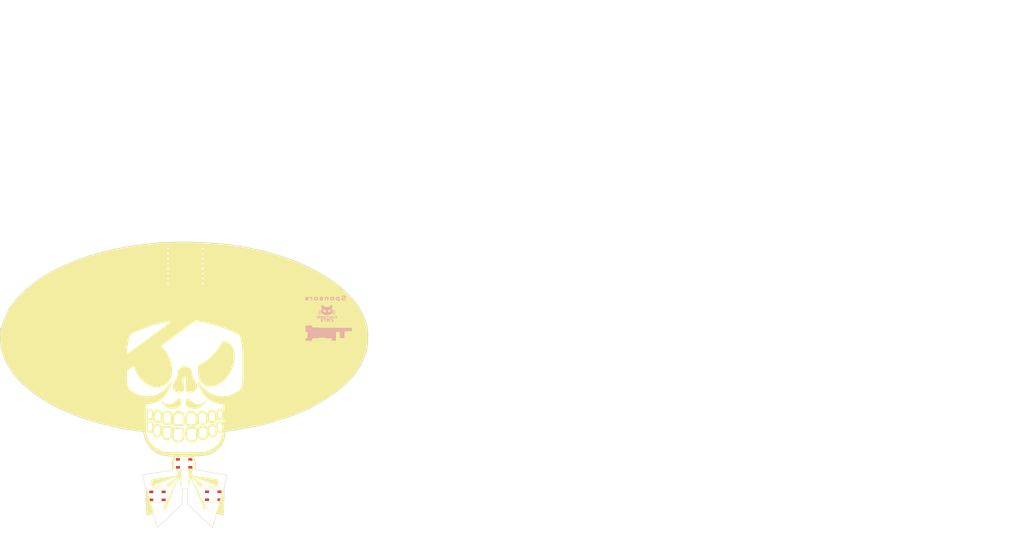
<source format=kicad_pcb>
(kicad_pcb (version 4) (host pcbnew 4.0.5)
  (layers (0 F.Cu signal) (31 B.Cu signal) (34 B.Paste user) (35 F.Paste user) (36 B.SilkS user) (37 F.SilkS user) (38 B.Mask user) (39 F.Mask user) (44 Edge.Cuts user))
  (net 0 "")
  (module TIH:badge_mexa (layer F.Cu) (at 144.42 89.01)
    (fp_text reference G*** hide)
    (fp_text value LOGO hide)
  )
  (module TIH:badge_mexa (layer F.Cu) (at 154.9 87.05)
    (fp_text reference G*** hide)
    (fp_text value LOGO hide)
  )
  (module TIH:badge_mexa (layer F.Cu) (at 175.49 85.74)
    (fp_text reference G*** hide)
    (fp_text value LOGO hide)
  )
  (module TIH:badge_mexa (layer F.Cu) (at 132.81 86.88)
    (fp_text reference G*** hide)
    (fp_text value LOGO hide)
  )
  (module TIH:badge_mexa (layer F.Cu) (at 346.2 -58.34)
    (fp_text reference G*** hide)
    (fp_text value LOGO hide)
  )
  (module TIH:badge_mexa (layer F.Cu) (at 478.6 -66.62)
    (fp_text reference G*** hide)
    (fp_text value LOGO hide)
  )
  (module TIH:badge_mexa (layer F.Cu) (at 348.66 -13.76)
    (fp_text reference G*** hide)
    (fp_text value LOGO hide)
  )
  (module TIH:badge_mexa (layer F.Cu) (at 481.78 -42.42)
    (fp_text reference G*** hide)
    (fp_text value LOGO hide)
  )
  (module TIH:badge_mexa (layer F.Cu) (at 381.78 0.26)
    (fp_text reference G*** hide)
    (fp_text value LOGO hide)
  )
  (module TIH:badge_mexa (layer F.Cu) (at 147.61 86.73)
    (fp_text reference G*** hide)
    (fp_text value LOGO hide)
  )
  (module LEDs:LED_WS2812B-PLCC4 (layer F.Cu) (at 135.54 79.35)
    (fp_text reference REF** (at 0 -3.5) (layer F.SilkS))
    (fp_text value LED_WS2812B-PLCC4)
    (pad 3 smd rect (at 2.5 1.6) (size 1.6 1) (layers F.Cu F.Paste F.Mask))
    (pad 4 smd rect (at 2.5 -1.6) (size 1.6 1) (layers F.Cu F.Paste F.Mask))
    (pad 2 smd rect (at -2.5 1.6) (size 1.6 1) (layers F.Cu F.Paste F.Mask))
    (pad 1 smd rect (at -2.5 -1.6) (size 1.6 1) (layers F.Cu F.Paste F.Mask))
  )
  (module LEDs:LED_WS2812B-PLCC4 (layer F.Cu) (at 161 79.65)
    (fp_text reference REF** (at 0 -3.5) (layer F.SilkS))
    (fp_text value LED_WS2812B-PLCC4)
    (pad 3 smd rect (at 2.5 1.6) (size 1.6 1) (layers F.Cu F.Paste F.Mask))
    (pad 4 smd rect (at 2.5 -1.6) (size 1.6 1) (layers F.Cu F.Paste F.Mask))
    (pad 2 smd rect (at -2.5 1.6) (size 1.6 1) (layers F.Cu F.Paste F.Mask))
    (pad 1 smd rect (at -2.5 -1.6) (size 1.6 1) (layers F.Cu F.Paste F.Mask))
  )
  (module ESP8266:ESP-12E (layer F.Cu) (at 141.18 32.08)
    (fp_text reference REF** (at -2 -2) (layer F.SilkS))
    (fp_text value ESP-12E)
    (pad 1 thru_hole rect (at 0 0) (size 2.5 1.1) (drill 0.65 (offset -0.7 0)) (layers *.Cu *.Mask F.SilkS))
    (pad 2 thru_hole oval (at 0 2) (size 2.5 1.1) (drill 0.65 (offset -0.7 0)) (layers *.Cu *.Mask F.SilkS))
    (pad 3 thru_hole oval (at 0 4) (size 2.5 1.1) (drill 0.65 (offset -0.7 0)) (layers *.Cu *.Mask F.SilkS))
    (pad 4 thru_hole oval (at 0 6) (size 2.5 1.1) (drill 0.65 (offset -0.7 0)) (layers *.Cu *.Mask F.SilkS))
    (pad 5 thru_hole oval (at 0 8) (size 2.5 1.1) (drill 0.65 (offset -0.7 0)) (layers *.Cu *.Mask F.SilkS))
    (pad 6 thru_hole oval (at 0 10) (size 2.5 1.1) (drill 0.65 (offset -0.7 0)) (layers *.Cu *.Mask F.SilkS))
    (pad 7 thru_hole oval (at 0 12) (size 2.5 1.1) (drill 0.65 (offset -0.7 0)) (layers *.Cu *.Mask F.SilkS))
    (pad 8 thru_hole oval (at 0 14) (size 2.5 1.1) (drill 0.65 (offset -0.7 0)) (layers *.Cu *.Mask F.SilkS))
    (pad 9 smd oval (at 1.99 15.75 90) (size 2.4 1.1) (layers F.Cu F.Paste F.Mask))
    (pad 10 smd oval (at 3.99 15.75 90) (size 2.4 1.1) (layers F.Cu F.Paste F.Mask))
    (pad 11 smd oval (at 5.99 15.75 90) (size 2.4 1.1) (layers F.Cu F.Paste F.Mask))
    (pad 12 smd oval (at 7.99 15.75 90) (size 2.4 1.1) (layers F.Cu F.Paste F.Mask))
    (pad 13 smd oval (at 9.99 15.75 90) (size 2.4 1.1) (layers F.Cu F.Paste F.Mask))
    (pad 14 smd oval (at 11.99 15.75 90) (size 2.4 1.1) (layers F.Cu F.Paste F.Mask))
    (pad 15 thru_hole oval (at 14 14) (size 2.5 1.1) (drill 0.65 (offset 0.7 0)) (layers *.Cu *.Mask F.SilkS))
    (pad 16 thru_hole oval (at 14 12) (size 2.5 1.1) (drill 0.65 (offset 0.6 0)) (layers *.Cu *.Mask F.SilkS))
    (pad 17 thru_hole oval (at 14 10) (size 2.5 1.1) (drill 0.65 (offset 0.7 0)) (layers *.Cu *.Mask F.SilkS))
    (pad 18 thru_hole oval (at 14 8) (size 2.5 1.1) (drill 0.65 (offset 0.7 0)) (layers *.Cu *.Mask F.SilkS))
    (pad 19 thru_hole oval (at 14 6) (size 2.5 1.1) (drill 0.65 (offset 0.7 0)) (layers *.Cu *.Mask F.SilkS))
    (pad 20 thru_hole oval (at 14 4) (size 2.5 1.1) (drill 0.65 (offset 0.7 0)) (layers *.Cu *.Mask F.SilkS))
    (pad 21 thru_hole oval (at 14 2) (size 2.5 1.1) (drill 0.65 (offset 0.7 0)) (layers *.Cu *.Mask F.SilkS))
    (pad 22 thru_hole oval (at 14 0) (size 2.5 1.1) (drill 0.65 (offset 0.7 0)) (layers *.Cu *.Mask F.SilkS))
  )
  (module LEDs:LED_WS2812B-PLCC4 (layer F.Cu) (at 159.39 131.54)
    (fp_text reference REF** (at 0 -3.5) (layer F.SilkS))
    (fp_text value LED_WS2812B-PLCC4)
    (pad 3 smd rect (at 2.5 1.6) (size 1.6 1) (layers F.Cu F.Paste F.Mask))
    (pad 4 smd rect (at 2.5 -1.6) (size 1.6 1) (layers F.Cu F.Paste F.Mask))
    (pad 2 smd rect (at -2.5 1.6) (size 1.6 1) (layers F.Cu F.Paste F.Mask))
    (pad 1 smd rect (at -2.5 -1.6) (size 1.6 1) (layers F.Cu F.Paste F.Mask))
  )
  (module LEDs:LED_WS2812B-PLCC4 (layer F.Cu) (at 147.66 118.51)
    (fp_text reference REF** (at 0 -3.5) (layer F.SilkS))
    (fp_text value LED_WS2812B-PLCC4)
    (pad 3 smd rect (at 2.5 1.6) (size 1.6 1) (layers F.Cu F.Paste F.Mask))
    (pad 4 smd rect (at 2.5 -1.6) (size 1.6 1) (layers F.Cu F.Paste F.Mask))
    (pad 2 smd rect (at -2.5 1.6) (size 1.6 1) (layers F.Cu F.Paste F.Mask))
    (pad 1 smd rect (at -2.5 -1.6) (size 1.6 1) (layers F.Cu F.Paste F.Mask))
  )
  (module LEDs:LED_WS2812B-PLCC4 (layer F.Cu) (at 136.92 131.6)
    (fp_text reference REF** (at 0 -3.5) (layer F.SilkS))
    (fp_text value LED_WS2812B-PLCC4)
    (pad 3 smd rect (at 2.5 1.6) (size 1.6 1) (layers F.Cu F.Paste F.Mask))
    (pad 4 smd rect (at 2.5 -1.6) (size 1.6 1) (layers F.Cu F.Paste F.Mask))
    (pad 2 smd rect (at -2.5 1.6) (size 1.6 1) (layers F.Cu F.Paste F.Mask))
    (pad 1 smd rect (at -2.5 -1.6) (size 1.6 1) (layers F.Cu F.Paste F.Mask))
  )
  (module TIH:electronic_cats_logo_70x60 (layer F.Cu) (at 345.91 113.8)
    (fp_text reference G*** hide)
    (fp_text value LOGO hide)
  )
  (module TIH:electronic_cats_logo_8x6 (layer B.Cu) (at 205.11 58.1 180)
    (fp_text reference G*** hide)
    (fp_text value LOGO hide)
  )
  (module TIH:tpx_logo (layer B.Cu) (at 205.88 66.07 180)
    (fp_text reference G*** hide)
    (fp_text value LOGO hide)
  )
  (gr_text Sponsors (at 204.55 52.01) (layer B.SilkS) (effects (font (size 1.5 2.5) (thickness 0.375)) (justify mirror)))
  (gr_line (start 131.44 106.51) (end 131.37 105.84) (layer Edge.Cuts) (width 0.15))
  (gr_line (start 131.69 107.85) (end 131.44 106.51) (layer Edge.Cuts) (width 0.15))
  (gr_line (start 132.03 108.92) (end 131.69 107.85) (layer Edge.Cuts) (width 0.15))
  (gr_line (start 132.51 109.93) (end 132.03 108.92) (layer Edge.Cuts) (width 0.15))
  (gr_line (start 133.03 110.79) (end 132.51 109.93) (layer Edge.Cuts) (width 0.15))
  (gr_line (start 133.71 111.78) (end 133.03 110.79) (layer Edge.Cuts) (width 0.15))
  (gr_line (start 134.43 112.59) (end 133.71 111.78) (layer Edge.Cuts) (width 0.15))
  (gr_line (start 135.27 113.41) (end 134.43 112.59) (layer Edge.Cuts) (width 0.15))
  (gr_line (start 136.28 114.12) (end 135.27 113.41) (layer Edge.Cuts) (width 0.15))
  (gr_line (start 136.92 114.56) (end 136.28 114.12) (layer Edge.Cuts) (width 0.15))
  (gr_line (start 137.68 114.85) (end 136.92 114.56) (layer Edge.Cuts) (width 0.15))
  (gr_line (start 138.69 115.22) (end 137.68 114.85) (layer Edge.Cuts) (width 0.15))
  (gr_line (start 140.37 115.5) (end 138.69 115.22) (layer Edge.Cuts) (width 0.15))
  (gr_line (start 141.66 115.65) (end 140.37 115.5) (layer Edge.Cuts) (width 0.15))
  (gr_line (start 143.87 115.62) (end 141.66 115.65) (layer Edge.Cuts) (width 0.15))
  (gr_line (start 143.9 115.73) (end 143.87 115.62) (layer Edge.Cuts) (width 0.15))
  (gr_line (start 142.79 117.58) (end 143.9 115.73) (layer Edge.Cuts) (width 0.15))
  (gr_line (start 142.82 119.84) (end 142.79 117.58) (layer Edge.Cuts) (width 0.15))
  (gr_line (start 142.93 120.59) (end 142.82 119.84) (layer Edge.Cuts) (width 0.15))
  (gr_line (start 143 121.19) (end 142.93 120.59) (layer Edge.Cuts) (width 0.15))
  (gr_line (start 130.81 123.22) (end 143 121.19) (layer Edge.Cuts) (width 0.15))
  (gr_line (start 131.76 126.2) (end 130.81 123.22) (layer Edge.Cuts) (width 0.15))
  (gr_line (start 131.98 127.76) (end 131.76 126.2) (layer Edge.Cuts) (width 0.15))
  (gr_line (start 132.58 139.3) (end 131.98 127.76) (layer Edge.Cuts) (width 0.15))
  (gr_line (start 133.44 139.24) (end 132.58 139.3) (layer Edge.Cuts) (width 0.15))
  (gr_line (start 134.19 139.02) (end 133.44 139.24) (layer Edge.Cuts) (width 0.15))
  (gr_line (start 135.15 138.6) (end 134.19 139.02) (layer Edge.Cuts) (width 0.15))
  (gr_line (start 136.85 144.37) (end 135.15 138.6) (layer Edge.Cuts) (width 0.15))
  (gr_line (start 146.79 134.95) (end 136.85 144.37) (layer Edge.Cuts) (width 0.15))
  (gr_line (start 146.95 128.83) (end 146.79 134.95) (layer Edge.Cuts) (width 0.15))
  (gr_line (start 147.65 128.61) (end 146.95 128.83) (layer Edge.Cuts) (width 0.15))
  (gr_line (start 148.62 128.77) (end 147.65 128.61) (layer Edge.Cuts) (width 0.15))
  (gr_line (start 149.04 128.97) (end 148.62 128.77) (layer Edge.Cuts) (width 0.15))
  (gr_line (start 149.07 134.99) (end 149.04 128.97) (layer Edge.Cuts) (width 0.15))
  (gr_line (start 159.12 144.45) (end 149.07 134.99) (layer Edge.Cuts) (width 0.15))
  (gr_line (start 160.71 138.65) (end 159.12 144.45) (layer Edge.Cuts) (width 0.15))
  (gr_line (start 163.46 139.32) (end 160.71 138.65) (layer Edge.Cuts) (width 0.15))
  (gr_line (start 164.02 127.22) (end 163.46 139.32) (layer Edge.Cuts) (width 0.15))
  (gr_line (start 164.99 123.3) (end 164.02 127.22) (layer Edge.Cuts) (width 0.15))
  (gr_line (start 152.32 121.07) (end 164.99 123.3) (layer Edge.Cuts) (width 0.15))
  (gr_line (start 152.01 120.68) (end 152.32 121.07) (layer Edge.Cuts) (width 0.15))
  (gr_line (start 152.14 120.37) (end 152.01 120.68) (layer Edge.Cuts) (width 0.15))
  (gr_line (start 152.22 119.91) (end 152.14 120.37) (layer Edge.Cuts) (width 0.15))
  (gr_line (start 152.26 119.34) (end 152.22 119.91) (layer Edge.Cuts) (width 0.15))
  (gr_line (start 152.26 118.89) (end 152.26 119.34) (layer Edge.Cuts) (width 0.15))
  (gr_line (start 152.25 118.38) (end 152.26 118.89) (layer Edge.Cuts) (width 0.15))
  (gr_line (start 152.19 117.96) (end 152.25 118.38) (layer Edge.Cuts) (width 0.15))
  (gr_line (start 152.16 117.68) (end 152.19 117.96) (layer Edge.Cuts) (width 0.15))
  (gr_line (start 151.98 117.21) (end 152.16 117.68) (layer Edge.Cuts) (width 0.15))
  (gr_line (start 151.7 116.7) (end 151.98 117.21) (layer Edge.Cuts) (width 0.15))
  (gr_line (start 151.45 116.32) (end 151.7 116.7) (layer Edge.Cuts) (width 0.15))
  (gr_line (start 151.24 115.97) (end 151.45 116.32) (layer Edge.Cuts) (width 0.15))
  (gr_line (start 151.24 115.73) (end 151.24 115.97) (layer Edge.Cuts) (width 0.15))
  (gr_line (start 151.69 115.61) (end 151.24 115.73) (layer Edge.Cuts) (width 0.15))
  (gr_line (start 154.07 115.49) (end 151.69 115.61) (layer Edge.Cuts) (width 0.15))
  (gr_line (start 155.01 115.43) (end 154.07 115.49) (layer Edge.Cuts) (width 0.15))
  (gr_line (start 155.59 115.38) (end 155.01 115.43) (layer Edge.Cuts) (width 0.15))
  (gr_line (start 156.49 115.21) (end 155.59 115.38) (layer Edge.Cuts) (width 0.15))
  (gr_line (start 157.53 114.99) (end 156.49 115.21) (layer Edge.Cuts) (width 0.15))
  (gr_line (start 158.32 114.67) (end 157.53 114.99) (layer Edge.Cuts) (width 0.15))
  (gr_line (start 159.09 114.39) (end 158.32 114.67) (layer Edge.Cuts) (width 0.15))
  (gr_line (start 159.91 113.91) (end 159.09 114.39) (layer Edge.Cuts) (width 0.15))
  (gr_line (start 160.75 113.24) (end 159.91 113.91) (layer Edge.Cuts) (width 0.15))
  (gr_line (start 161.47 112.66) (end 160.75 113.24) (layer Edge.Cuts) (width 0.15))
  (gr_line (start 162.06 111.89) (end 161.47 112.66) (layer Edge.Cuts) (width 0.15))
  (gr_line (start 162.52 111.41) (end 162.06 111.89) (layer Edge.Cuts) (width 0.15))
  (gr_line (start 163.05 110.4) (end 162.52 111.41) (layer Edge.Cuts) (width 0.15))
  (gr_line (start 163.51 109.58) (end 163.05 110.4) (layer Edge.Cuts) (width 0.15))
  (gr_line (start 163.77 108.81) (end 163.51 109.58) (layer Edge.Cuts) (width 0.15))
  (gr_line (start 163.9 108.06) (end 163.77 108.81) (layer Edge.Cuts) (width 0.15))
  (gr_line (start 164.03 107.3) (end 163.9 108.06) (layer Edge.Cuts) (width 0.15))
  (gr_line (start 164.12 106.55) (end 164.03 107.3) (layer Edge.Cuts) (width 0.15))
  (gr_line (start 164.3 105.97) (end 164.12 106.55) (layer Edge.Cuts) (width 0.15))
  (gr_line (start 164.6 105.72) (end 164.3 105.97) (layer Edge.Cuts) (width 0.15))
  (gr_line (start 164.88 105.7) (end 164.6 105.72) (layer Edge.Cuts) (width 0.15))
  (gr_line (start 168.16 105.13) (end 164.88 105.7) (layer Edge.Cuts) (width 0.15))
  (gr_line (start 170.49 104.72) (end 168.16 105.13) (layer Edge.Cuts) (width 0.15))
  (gr_line (start 172.73 104.3) (end 170.49 104.72) (layer Edge.Cuts) (width 0.15))
  (gr_line (start 176.34 103.64) (end 172.73 104.3) (layer Edge.Cuts) (width 0.15))
  (gr_line (start 178.4 103.28) (end 176.34 103.64) (layer Edge.Cuts) (width 0.15))
  (gr_line (start 180.43 102.74) (end 178.4 103.28) (layer Edge.Cuts) (width 0.15))
  (gr_line (start 182.25 102.21) (end 180.43 102.74) (layer Edge.Cuts) (width 0.15))
  (gr_line (start 184.98 101.32) (end 182.25 102.21) (layer Edge.Cuts) (width 0.15))
  (gr_line (start 189.05 100.13) (end 184.98 101.32) (layer Edge.Cuts) (width 0.15))
  (gr_line (start 190.42 99.64) (end 189.05 100.13) (layer Edge.Cuts) (width 0.15))
  (gr_line (start 192.01 99.11) (end 190.42 99.64) (layer Edge.Cuts) (width 0.15))
  (gr_line (start 192.51 98.87) (end 192.01 99.11) (layer Edge.Cuts) (width 0.15))
  (gr_line (start 193.82 98.34) (end 192.51 98.87) (layer Edge.Cuts) (width 0.15))
  (gr_line (start 195.11 97.74) (end 193.82 98.34) (layer Edge.Cuts) (width 0.15))
  (gr_line (start 196.5 97.2) (end 195.11 97.74) (layer Edge.Cuts) (width 0.15))
  (gr_line (start 198.58 96.21) (end 196.5 97.2) (layer Edge.Cuts) (width 0.15))
  (gr_line (start 200.63 95.12) (end 198.58 96.21) (layer Edge.Cuts) (width 0.15))
  (gr_line (start 202.27 94.19) (end 200.63 95.12) (layer Edge.Cuts) (width 0.15))
  (gr_line (start 204.31 92.96) (end 202.27 94.19) (layer Edge.Cuts) (width 0.15))
  (gr_line (start 206.04 91.84) (end 204.31 92.96) (layer Edge.Cuts) (width 0.15))
  (gr_line (start 207.31 90.97) (end 206.04 91.84) (layer Edge.Cuts) (width 0.15))
  (gr_line (start 208.45 90.2) (end 207.31 90.97) (layer Edge.Cuts) (width 0.15))
  (gr_line (start 209.45 89.46) (end 208.45 90.2) (layer Edge.Cuts) (width 0.15))
  (gr_line (start 211.67 87.49) (end 209.45 89.46) (layer Edge.Cuts) (width 0.15))
  (gr_line (start 212.53 86.87) (end 211.67 87.49) (layer Edge.Cuts) (width 0.15))
  (gr_line (start 213.76 85.59) (end 212.53 86.87) (layer Edge.Cuts) (width 0.15))
  (gr_line (start 214.82 84.43) (end 213.76 85.59) (layer Edge.Cuts) (width 0.15))
  (gr_line (start 215.72 83.41) (end 214.82 84.43) (layer Edge.Cuts) (width 0.15))
  (gr_line (start 216.37 82.64) (end 215.72 83.41) (layer Edge.Cuts) (width 0.15))
  (gr_line (start 217.61 80.85) (end 216.37 82.64) (layer Edge.Cuts) (width 0.15))
  (gr_line (start 218.42 79.76) (end 217.61 80.85) (layer Edge.Cuts) (width 0.15))
  (gr_line (start 218.98 78.76) (end 218.42 79.76) (layer Edge.Cuts) (width 0.15))
  (gr_line (start 219.5 77.7) (end 218.98 78.76) (layer Edge.Cuts) (width 0.15))
  (gr_line (start 220.17 76.06) (end 219.5 77.7) (layer Edge.Cuts) (width 0.15))
  (gr_line (start 220.66 74.54) (end 220.17 76.06) (layer Edge.Cuts) (width 0.15))
  (gr_line (start 220.99 73.93) (end 220.66 74.54) (layer Edge.Cuts) (width 0.15))
  (gr_line (start 221.23 72.78) (end 220.99 73.93) (layer Edge.Cuts) (width 0.15))
  (gr_line (start 221.43 71.88) (end 221.23 72.78) (layer Edge.Cuts) (width 0.15))
  (gr_line (start 221.56 70.83) (end 221.43 71.88) (layer Edge.Cuts) (width 0.15))
  (gr_line (start 221.61 69.76) (end 221.56 70.83) (layer Edge.Cuts) (width 0.15))
  (gr_line (start 221.66 68.7) (end 221.61 69.76) (layer Edge.Cuts) (width 0.15))
  (gr_line (start 221.69 66.98) (end 221.66 68.7) (layer Edge.Cuts) (width 0.15))
  (gr_line (start 221.69 65.99) (end 221.69 66.98) (layer Edge.Cuts) (width 0.15))
  (gr_line (start 221.59 65.07) (end 221.69 65.99) (layer Edge.Cuts) (width 0.15))
  (gr_line (start 221.48 63.89) (end 221.59 65.07) (layer Edge.Cuts) (width 0.15))
  (gr_line (start 221.13 62.31) (end 221.48 63.89) (layer Edge.Cuts) (width 0.15))
  (gr_line (start 220.67 60.89) (end 221.13 62.31) (layer Edge.Cuts) (width 0.15))
  (gr_line (start 220.22 59.7) (end 220.67 60.89) (layer Edge.Cuts) (width 0.15))
  (gr_line (start 219.85 58.81) (end 220.22 59.7) (layer Edge.Cuts) (width 0.15))
  (gr_line (start 219.3 57.79) (end 219.85 58.81) (layer Edge.Cuts) (width 0.15))
  (gr_line (start 218.82 56.94) (end 219.3 57.79) (layer Edge.Cuts) (width 0.15))
  (gr_line (start 218.23 55.87) (end 218.82 56.94) (layer Edge.Cuts) (width 0.15))
  (gr_line (start 217.53 54.88) (end 218.23 55.87) (layer Edge.Cuts) (width 0.15))
  (gr_line (start 216.74 53.73) (end 217.53 54.88) (layer Edge.Cuts) (width 0.15))
  (gr_line (start 215.66 52.48) (end 216.74 53.73) (layer Edge.Cuts) (width 0.15))
  (gr_line (start 214.27 50.94) (end 215.66 52.48) (layer Edge.Cuts) (width 0.15))
  (gr_line (start 212.35 49.04) (end 214.27 50.94) (layer Edge.Cuts) (width 0.15))
  (gr_line (start 211.06 47.83) (end 212.35 49.04) (layer Edge.Cuts) (width 0.15))
  (gr_line (start 209.64 46.73) (end 211.06 47.83) (layer Edge.Cuts) (width 0.15))
  (gr_line (start 207.24 44.92) (end 209.64 46.73) (layer Edge.Cuts) (width 0.15))
  (gr_line (start 206.09 44.11) (end 207.24 44.92) (layer Edge.Cuts) (width 0.15))
  (gr_line (start 204.75 43.24) (end 206.09 44.11) (layer Edge.Cuts) (width 0.15))
  (gr_line (start 203.29 42.37) (end 204.75 43.24) (layer Edge.Cuts) (width 0.15))
  (gr_line (start 201.77 41.5) (end 203.29 42.37) (layer Edge.Cuts) (width 0.15))
  (gr_line (start 200.6 40.88) (end 201.77 41.5) (layer Edge.Cuts) (width 0.15))
  (gr_line (start 198.13 39.63) (end 200.6 40.88) (layer Edge.Cuts) (width 0.15))
  (gr_line (start 196.44 38.81) (end 198.13 39.63) (layer Edge.Cuts) (width 0.15))
  (gr_line (start 194.87 38.09) (end 196.44 38.81) (layer Edge.Cuts) (width 0.15))
  (gr_line (start 193.01 37.3) (end 194.87 38.09) (layer Edge.Cuts) (width 0.15))
  (gr_line (start 191.54 36.74) (end 193.01 37.3) (layer Edge.Cuts) (width 0.15))
  (gr_line (start 189.97 36.15) (end 191.54 36.74) (layer Edge.Cuts) (width 0.15))
  (gr_line (start 187.03 35.13) (end 189.97 36.15) (layer Edge.Cuts) (width 0.15))
  (gr_line (start 185.49 34.67) (end 187.03 35.13) (layer Edge.Cuts) (width 0.15))
  (gr_line (start 179.28 32.87) (end 185.49 34.67) (layer Edge.Cuts) (width 0.15))
  (gr_line (start 177.87 32.57) (end 179.28 32.87) (layer Edge.Cuts) (width 0.15))
  (gr_line (start 175.61 32.19) (end 177.87 32.57) (layer Edge.Cuts) (width 0.15))
  (gr_line (start 174.27 31.77) (end 175.61 32.19) (layer Edge.Cuts) (width 0.15))
  (gr_line (start 172.74 31.45) (end 174.27 31.77) (layer Edge.Cuts) (width 0.15))
  (gr_line (start 171.31 31.23) (end 172.74 31.45) (layer Edge.Cuts) (width 0.15))
  (gr_line (start 169.68 30.97) (end 171.31 31.23) (layer Edge.Cuts) (width 0.15))
  (gr_line (start 168.24 30.75) (end 169.68 30.97) (layer Edge.Cuts) (width 0.15))
  (gr_line (start 166.87 30.55) (end 168.24 30.75) (layer Edge.Cuts) (width 0.15))
  (gr_line (start 165.51 30.36) (end 166.87 30.55) (layer Edge.Cuts) (width 0.15))
  (gr_line (start 163.89 30.2) (end 165.51 30.36) (layer Edge.Cuts) (width 0.15))
  (gr_line (start 162.6 30.06) (end 163.89 30.2) (layer Edge.Cuts) (width 0.15))
  (gr_line (start 159.63 29.86) (end 162.6 30.06) (layer Edge.Cuts) (width 0.15))
  (gr_line (start 158.1 29.74) (end 159.63 29.86) (layer Edge.Cuts) (width 0.15))
  (gr_line (start 156.97 29.68) (end 158.1 29.74) (layer Edge.Cuts) (width 0.15))
  (gr_line (start 155.29 29.51) (end 156.97 29.68) (layer Edge.Cuts) (width 0.15))
  (gr_line (start 153.8 29.44) (end 155.29 29.51) (layer Edge.Cuts) (width 0.15))
  (gr_line (start 152.57 29.44) (end 153.8 29.44) (layer Edge.Cuts) (width 0.15))
  (gr_line (start 151.13 29.36) (end 152.57 29.44) (layer Edge.Cuts) (width 0.15))
  (gr_line (start 150.32 29.36) (end 151.13 29.36) (layer Edge.Cuts) (width 0.15))
  (gr_line (start 149.24 29.33) (end 150.32 29.36) (layer Edge.Cuts) (width 0.15))
  (gr_line (start 147.53 29.33) (end 149.24 29.33) (layer Edge.Cuts) (width 0.15))
  (gr_line (start 143.48 29.39) (end 147.53 29.33) (layer Edge.Cuts) (width 0.15))
  (gr_line (start 142.23 29.43) (end 143.48 29.39) (layer Edge.Cuts) (width 0.15))
  (gr_line (start 140.37 29.43) (end 142.23 29.43) (layer Edge.Cuts) (width 0.15))
  (gr_line (start 139.2 29.48) (end 140.37 29.43) (layer Edge.Cuts) (width 0.15))
  (gr_line (start 137.41 29.63) (end 139.2 29.48) (layer Edge.Cuts) (width 0.15))
  (gr_line (start 135.85 29.84) (end 137.41 29.63) (layer Edge.Cuts) (width 0.15))
  (gr_line (start 134.08 30) (end 135.85 29.84) (layer Edge.Cuts) (width 0.15))
  (gr_line (start 130.86 30.38) (end 134.08 30) (layer Edge.Cuts) (width 0.15))
  (gr_line (start 129.78 30.5) (end 130.86 30.38) (layer Edge.Cuts) (width 0.15))
  (gr_line (start 128.37 30.66) (end 129.78 30.5) (layer Edge.Cuts) (width 0.15))
  (gr_line (start 127.28 30.8) (end 128.37 30.66) (layer Edge.Cuts) (width 0.15))
  (gr_line (start 126.01 31.03) (end 127.28 30.8) (layer Edge.Cuts) (width 0.15))
  (gr_line (start 124.36 31.3) (end 126.01 31.03) (layer Edge.Cuts) (width 0.15))
  (gr_line (start 117.8 32.69) (end 124.36 31.3) (layer Edge.Cuts) (width 0.15))
  (gr_line (start 116.55 32.93) (end 117.8 32.69) (layer Edge.Cuts) (width 0.15))
  (gr_line (start 115.34 33.28) (end 116.55 32.93) (layer Edge.Cuts) (width 0.15))
  (gr_line (start 113.67 33.74) (end 115.34 33.28) (layer Edge.Cuts) (width 0.15))
  (gr_line (start 110.74 34.54) (end 113.67 33.74) (layer Edge.Cuts) (width 0.15))
  (gr_line (start 109.41 34.89) (end 110.74 34.54) (layer Edge.Cuts) (width 0.15))
  (gr_line (start 107.8 35.48) (end 109.41 34.89) (layer Edge.Cuts) (width 0.15))
  (gr_line (start 104.06 36.86) (end 107.8 35.48) (layer Edge.Cuts) (width 0.15))
  (gr_line (start 102.95 37.21) (end 104.06 36.86) (layer Edge.Cuts) (width 0.15))
  (gr_line (start 101.65 37.79) (end 102.95 37.21) (layer Edge.Cuts) (width 0.15))
  (gr_line (start 100.58 38.3) (end 101.65 37.79) (layer Edge.Cuts) (width 0.15))
  (gr_line (start 99.64 38.65) (end 100.58 38.3) (layer Edge.Cuts) (width 0.15))
  (gr_line (start 98.57 39.15) (end 99.64 38.65) (layer Edge.Cuts) (width 0.15))
  (gr_line (start 97.11 39.85) (end 98.57 39.15) (layer Edge.Cuts) (width 0.15))
  (gr_line (start 95.82 40.55) (end 97.11 39.85) (layer Edge.Cuts) (width 0.15))
  (gr_line (start 94.47 41.26) (end 95.82 40.55) (layer Edge.Cuts) (width 0.15))
  (gr_line (start 93.05 41.99) (end 94.47 41.26) (layer Edge.Cuts) (width 0.15))
  (gr_line (start 91.13 43.11) (end 93.05 41.99) (layer Edge.Cuts) (width 0.15))
  (gr_line (start 90.34 43.64) (end 91.13 43.11) (layer Edge.Cuts) (width 0.15))
  (gr_line (start 89.66 44.06) (end 90.34 43.64) (layer Edge.Cuts) (width 0.15))
  (gr_line (start 88.74 44.66) (end 89.66 44.06) (layer Edge.Cuts) (width 0.15))
  (gr_line (start 87.85 45.38) (end 88.74 44.66) (layer Edge.Cuts) (width 0.15))
  (gr_line (start 87.05 45.98) (end 87.85 45.38) (layer Edge.Cuts) (width 0.15))
  (gr_line (start 85.91 46.87) (end 87.05 45.98) (layer Edge.Cuts) (width 0.15))
  (gr_line (start 85.02 47.57) (end 85.91 46.87) (layer Edge.Cuts) (width 0.15))
  (gr_line (start 83.38 48.99) (end 85.02 47.57) (layer Edge.Cuts) (width 0.15))
  (gr_line (start 82.36 49.9) (end 83.38 48.99) (layer Edge.Cuts) (width 0.15))
  (gr_line (start 81.39 50.95) (end 82.36 49.9) (layer Edge.Cuts) (width 0.15))
  (gr_line (start 80.64 51.82) (end 81.39 50.95) (layer Edge.Cuts) (width 0.15))
  (gr_line (start 79.74 52.91) (end 80.64 51.82) (layer Edge.Cuts) (width 0.15))
  (gr_line (start 79.13 53.71) (end 79.74 52.91) (layer Edge.Cuts) (width 0.15))
  (gr_line (start 78.45 54.5) (end 79.13 53.71) (layer Edge.Cuts) (width 0.15))
  (gr_line (start 77.13 56.35) (end 78.45 54.5) (layer Edge.Cuts) (width 0.15))
  (gr_line (start 76.54 57.56) (end 77.13 56.35) (layer Edge.Cuts) (width 0.15))
  (gr_line (start 75.72 59.39) (end 76.54 57.56) (layer Edge.Cuts) (width 0.15))
  (gr_line (start 74.87 61.35) (end 75.72 59.39) (layer Edge.Cuts) (width 0.15))
  (gr_line (start 74.5 62.57) (end 74.87 61.35) (layer Edge.Cuts) (width 0.15))
  (gr_line (start 74.15 63.86) (end 74.5 62.57) (layer Edge.Cuts) (width 0.15))
  (gr_line (start 74.01 64.79) (end 74.15 63.86) (layer Edge.Cuts) (width 0.15))
  (gr_line (start 73.71 63.89) (end 74.01 64.79) (layer Edge.Cuts) (width 0.15))
  (gr_line (start 73.68 64.19) (end 73.71 63.89) (layer Edge.Cuts) (width 0.15))
  (gr_line (start 73.68 65.36) (end 73.68 64.19) (layer Edge.Cuts) (width 0.15))
  (gr_line (start 73.61 66.86) (end 73.68 65.36) (layer Edge.Cuts) (width 0.15))
  (gr_line (start 73.63 68.31) (end 73.61 66.86) (layer Edge.Cuts) (width 0.15))
  (gr_line (start 73.7 69.44) (end 73.63 68.31) (layer Edge.Cuts) (width 0.15))
  (gr_line (start 73.78 70.48) (end 73.7 69.44) (layer Edge.Cuts) (width 0.15))
  (gr_line (start 73.91 71.51) (end 73.78 70.48) (layer Edge.Cuts) (width 0.15))
  (gr_line (start 74.02 72.05) (end 73.91 71.51) (layer Edge.Cuts) (width 0.15))
  (gr_line (start 74.11 72.47) (end 74.02 72.05) (layer Edge.Cuts) (width 0.15))
  (gr_line (start 74.19 72.85) (end 74.11 72.47) (layer Edge.Cuts) (width 0.15))
  (gr_line (start 74.44 73.72) (end 74.19 72.85) (layer Edge.Cuts) (width 0.15))
  (gr_line (start 74.74 74.65) (end 74.44 73.72) (layer Edge.Cuts) (width 0.15))
  (gr_line (start 75.04 75.54) (end 74.74 74.65) (layer Edge.Cuts) (width 0.15))
  (gr_line (start 75.33 76.31) (end 75.04 75.54) (layer Edge.Cuts) (width 0.15))
  (gr_line (start 75.63 77) (end 75.33 76.31) (layer Edge.Cuts) (width 0.15))
  (gr_line (start 75.83 77.55) (end 75.63 77) (layer Edge.Cuts) (width 0.15))
  (gr_line (start 76.18 78.15) (end 75.83 77.55) (layer Edge.Cuts) (width 0.15))
  (gr_line (start 76.6 78.98) (end 76.18 78.15) (layer Edge.Cuts) (width 0.15))
  (gr_line (start 77.2 79.94) (end 76.6 78.98) (layer Edge.Cuts) (width 0.15))
  (gr_line (start 77.74 80.86) (end 77.2 79.94) (layer Edge.Cuts) (width 0.15))
  (gr_line (start 78.51 81.91) (end 77.74 80.86) (layer Edge.Cuts) (width 0.15))
  (gr_line (start 79.18 82.81) (end 78.51 81.91) (layer Edge.Cuts) (width 0.15))
  (gr_line (start 79.78 83.6) (end 79.18 82.81) (layer Edge.Cuts) (width 0.15))
  (gr_line (start 80.43 84.32) (end 79.78 83.6) (layer Edge.Cuts) (width 0.15))
  (gr_line (start 81.37 85.35) (end 80.43 84.32) (layer Edge.Cuts) (width 0.15))
  (gr_line (start 82.49 86.45) (end 81.37 85.35) (layer Edge.Cuts) (width 0.15))
  (gr_line (start 84.18 87.96) (end 82.49 86.45) (layer Edge.Cuts) (width 0.15))
  (gr_line (start 85.13 88.76) (end 84.18 87.96) (layer Edge.Cuts) (width 0.15))
  (gr_line (start 85.97 89.46) (end 85.13 88.76) (layer Edge.Cuts) (width 0.15))
  (gr_line (start 86.77 90.1) (end 85.97 89.46) (layer Edge.Cuts) (width 0.15))
  (gr_line (start 87.27 90.49) (end 86.77 90.1) (layer Edge.Cuts) (width 0.15))
  (gr_line (start 87.93 90.89) (end 87.27 90.49) (layer Edge.Cuts) (width 0.15))
  (gr_line (start 88.56 91.36) (end 87.93 90.89) (layer Edge.Cuts) (width 0.15))
  (gr_line (start 89.55 92.01) (end 88.56 91.36) (layer Edge.Cuts) (width 0.15))
  (gr_line (start 90.2 92.48) (end 89.55 92.01) (layer Edge.Cuts) (width 0.15))
  (gr_line (start 91.05 93.01) (end 90.2 92.48) (layer Edge.Cuts) (width 0.15))
  (gr_line (start 91.76 93.45) (end 91.05 93.01) (layer Edge.Cuts) (width 0.15))
  (gr_line (start 93.13 94.27) (end 91.76 93.45) (layer Edge.Cuts) (width 0.15))
  (gr_line (start 94.22 94.83) (end 93.13 94.27) (layer Edge.Cuts) (width 0.15))
  (gr_line (start 95.15 95.34) (end 94.22 94.83) (layer Edge.Cuts) (width 0.15))
  (gr_line (start 96.16 95.87) (end 95.15 95.34) (layer Edge.Cuts) (width 0.15))
  (gr_line (start 97.45 96.52) (end 96.16 95.87) (layer Edge.Cuts) (width 0.15))
  (gr_line (start 98.53 97.01) (end 97.45 96.52) (layer Edge.Cuts) (width 0.15))
  (gr_line (start 99.74 97.53) (end 98.53 97.01) (layer Edge.Cuts) (width 0.15))
  (gr_line (start 103.56 99.15) (end 99.74 97.53) (layer Edge.Cuts) (width 0.15))
  (gr_line (start 105.5 99.92) (end 103.56 99.15) (layer Edge.Cuts) (width 0.15))
  (gr_line (start 108.33 100.84) (end 105.5 99.92) (layer Edge.Cuts) (width 0.15))
  (gr_line (start 110.71 101.61) (end 108.33 100.84) (layer Edge.Cuts) (width 0.15))
  (gr_line (start 113.58 102.44) (end 110.71 101.61) (layer Edge.Cuts) (width 0.15))
  (gr_line (start 115.53 102.91) (end 113.58 102.44) (layer Edge.Cuts) (width 0.15))
  (gr_line (start 118.09 103.48) (end 115.53 102.91) (layer Edge.Cuts) (width 0.15))
  (gr_line (start 120.4 104.03) (end 118.09 103.48) (layer Edge.Cuts) (width 0.15))
  (gr_line (start 123.22 104.74) (end 120.4 104.03) (layer Edge.Cuts) (width 0.15))
  (gr_line (start 124.61 104.92) (end 123.22 104.74) (layer Edge.Cuts) (width 0.15))
  (gr_line (start 126.08 105.1) (end 124.61 104.92) (layer Edge.Cuts) (width 0.15))
  (gr_line (start 127.42 105.34) (end 126.08 105.1) (layer Edge.Cuts) (width 0.15))
  (gr_line (start 128.75 105.51) (end 127.42 105.34) (layer Edge.Cuts) (width 0.15))
  (gr_line (start 129.95 105.64) (end 128.75 105.51) (layer Edge.Cuts) (width 0.15))
  (gr_line (start 131.36 105.84) (end 129.95 105.64) (layer Edge.Cuts) (width 0.15))
)
</source>
